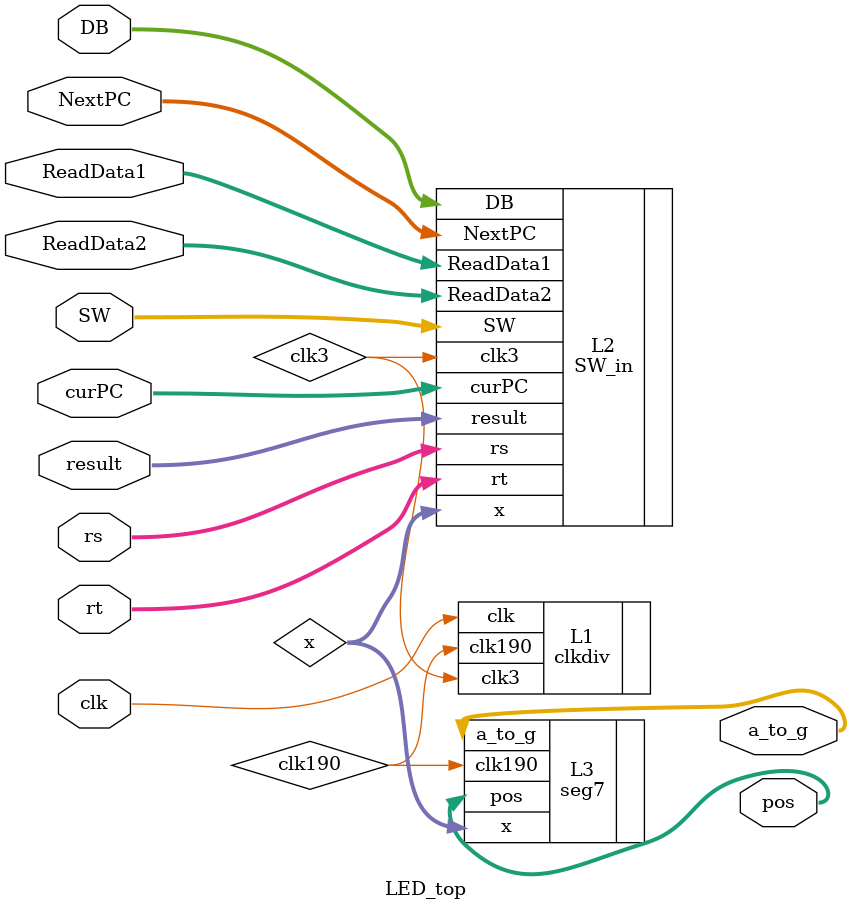
<source format=v>
`timescale 1ns / 1ps


module LED_top(
    input clk,
    input [1:0] SW,
    input [31:0] curPC,
    input [31:0] NextPC,
    input [4:0] rs,
    input [31:0] ReadData1,
    input [4:0] rt,
    input [31:0] ReadData2,
    input [31:0] result,
    input [31:0] DB,
    output [6:0] a_to_g,
    output [3:0] pos
    );
    wire clk190,clk3;
    wire [15:0] x;
    clkdiv L1 (.clk(clk),.clk190(clk190),.clk3(clk3));
    SW_in L2 (.clk3(clk3),.SW(SW),.curPC(curPC),.NextPC(NextPC),.rs(rs),.ReadData1(ReadData1)
    ,.rt(rt),.ReadData2(ReadData2),.result(result),.DB(DB),.x(x));
    seg7 L3 (.x(x),.clk190(clk190),.a_to_g(a_to_g),.pos(pos));  
endmodule
/*
    clkdiv input wire clk,
        output wire clk190,
        output wire clk3
    SW_in input clk3,
        input [1:0] SW,
        input [31:0] curPC,
        input [31:0] NextPC,
        input [4:0] rs,
        input [31:0] ReadData1,
        input [4:0] rt,
        input [31:0] ReadData2,
        input [31:0] result,
        input [31:0] DB,
        output [15:0] x
    seg7  input wire [15:0]x,
       input wire clk190,
       output reg [6:0] a_to_g,
       output reg [3:0] pos
    */

</source>
